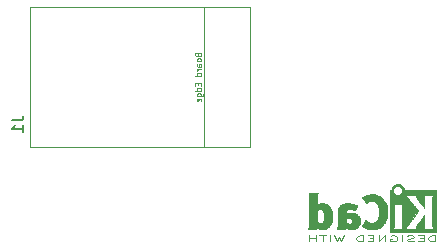
<source format=gbo>
G04 #@! TF.FileFunction,Legend,Bot*
%FSLAX46Y46*%
G04 Gerber Fmt 4.6, Leading zero omitted, Abs format (unit mm)*
G04 Created by KiCad (PCBNEW 4.0.5) date 06/12/17 11:35:52*
%MOMM*%
%LPD*%
G01*
G04 APERTURE LIST*
%ADD10C,0.100000*%
%ADD11C,0.120000*%
%ADD12C,0.010000*%
%ADD13C,0.150000*%
%ADD14C,0.125000*%
G04 APERTURE END LIST*
D10*
D11*
X119900000Y-95950000D02*
X119900000Y-84050000D01*
X105120000Y-95960000D02*
X105120000Y-84040000D01*
X123770000Y-84060000D02*
X123770000Y-84040000D01*
X123770000Y-84960000D02*
X123770000Y-84060000D01*
X123770000Y-95960000D02*
X123770000Y-84960000D01*
X123770000Y-84040000D02*
X105120000Y-84040000D01*
X105170000Y-95960000D02*
X105120000Y-95960000D01*
X105270000Y-95960000D02*
X105170000Y-95960000D01*
X105770000Y-95960000D02*
X105270000Y-95960000D01*
X123770000Y-95960000D02*
X112770000Y-95960000D01*
X112770000Y-95960000D02*
X105770000Y-95960000D01*
D12*
G36*
X136243877Y-99073881D02*
X136217127Y-99074486D01*
X136196413Y-99075671D01*
X136179463Y-99077671D01*
X136164004Y-99080718D01*
X136147762Y-99085047D01*
X136137144Y-99088220D01*
X136071472Y-99112253D01*
X136012692Y-99142629D01*
X135958374Y-99180804D01*
X135910534Y-99223783D01*
X135860881Y-99280065D01*
X135820467Y-99341072D01*
X135789552Y-99406274D01*
X135768399Y-99475140D01*
X135758654Y-99532741D01*
X135755063Y-99565231D01*
X135730546Y-99568734D01*
X135701310Y-99576862D01*
X135679112Y-99592261D01*
X135669441Y-99604087D01*
X135668545Y-99605680D01*
X135667707Y-99607965D01*
X135666925Y-99611280D01*
X135666195Y-99615966D01*
X135665518Y-99622365D01*
X135664889Y-99630816D01*
X135664309Y-99641661D01*
X135663775Y-99655239D01*
X135663284Y-99671891D01*
X135662836Y-99691958D01*
X135662428Y-99715780D01*
X135662058Y-99743697D01*
X135661725Y-99776051D01*
X135661426Y-99813182D01*
X135661160Y-99855430D01*
X135660925Y-99903136D01*
X135660719Y-99956640D01*
X135660540Y-100016283D01*
X135660386Y-100082405D01*
X135660255Y-100155348D01*
X135660146Y-100235450D01*
X135660056Y-100323054D01*
X135659983Y-100418499D01*
X135659927Y-100522126D01*
X135659884Y-100634276D01*
X135659854Y-100755289D01*
X135659833Y-100885505D01*
X135659821Y-101025265D01*
X135659814Y-101174911D01*
X135659813Y-101334781D01*
X135659813Y-101343354D01*
X135659814Y-101503685D01*
X135659819Y-101653773D01*
X135659829Y-101793961D01*
X135659847Y-101924590D01*
X135659874Y-102046001D01*
X135659913Y-102158536D01*
X135659965Y-102262536D01*
X135660033Y-102358342D01*
X135660117Y-102446297D01*
X135660221Y-102526741D01*
X135660347Y-102600015D01*
X135660495Y-102666462D01*
X135660669Y-102726423D01*
X135660869Y-102780239D01*
X135661099Y-102828251D01*
X135661360Y-102870801D01*
X135661654Y-102908230D01*
X135661982Y-102940880D01*
X135662348Y-102969093D01*
X135662752Y-102993208D01*
X135663197Y-103013569D01*
X135663685Y-103030516D01*
X135664217Y-103044391D01*
X135664796Y-103055535D01*
X135665424Y-103064290D01*
X135666102Y-103070997D01*
X135666833Y-103075997D01*
X135667618Y-103079632D01*
X135668460Y-103082243D01*
X135669360Y-103084172D01*
X135669790Y-103084918D01*
X135680992Y-103098948D01*
X135694149Y-103109892D01*
X135694419Y-103110054D01*
X135696275Y-103110824D01*
X135699368Y-103111548D01*
X135704018Y-103112226D01*
X135710547Y-103112861D01*
X135719276Y-103113452D01*
X135730527Y-103114002D01*
X135744621Y-103114513D01*
X135761879Y-103114985D01*
X135782622Y-103115421D01*
X135807172Y-103115820D01*
X135835851Y-103116186D01*
X135868979Y-103116519D01*
X135906878Y-103116821D01*
X135949869Y-103117094D01*
X135998274Y-103117338D01*
X136052413Y-103117555D01*
X136112609Y-103117746D01*
X136179182Y-103117914D01*
X136252454Y-103118059D01*
X136332746Y-103118182D01*
X136420379Y-103118286D01*
X136515676Y-103118372D01*
X136618956Y-103118441D01*
X136730542Y-103118494D01*
X136850754Y-103118533D01*
X136979915Y-103118560D01*
X137118345Y-103118575D01*
X137266365Y-103118581D01*
X137424298Y-103118578D01*
X137592464Y-103118569D01*
X137607962Y-103118568D01*
X137777077Y-103118553D01*
X137935929Y-103118532D01*
X138084841Y-103118505D01*
X138224131Y-103118470D01*
X138354123Y-103118425D01*
X138475137Y-103118368D01*
X138587493Y-103118299D01*
X138691513Y-103118216D01*
X138787518Y-103118117D01*
X138875830Y-103118002D01*
X138956768Y-103117867D01*
X139030654Y-103117713D01*
X139097809Y-103117537D01*
X139158555Y-103117338D01*
X139213211Y-103117115D01*
X139262100Y-103116866D01*
X139305542Y-103116589D01*
X139343858Y-103116284D01*
X139377370Y-103115948D01*
X139406397Y-103115581D01*
X139431262Y-103115180D01*
X139452286Y-103114745D01*
X139469789Y-103114273D01*
X139484092Y-103113764D01*
X139495517Y-103113215D01*
X139504384Y-103112626D01*
X139511015Y-103111995D01*
X139515731Y-103111320D01*
X139518852Y-103110600D01*
X139520700Y-103109834D01*
X139520757Y-103109799D01*
X139533915Y-103098583D01*
X139543246Y-103086634D01*
X139544047Y-103084696D01*
X139544796Y-103081457D01*
X139545497Y-103076580D01*
X139546149Y-103069729D01*
X139546756Y-103060567D01*
X139547319Y-103048757D01*
X139547838Y-103033963D01*
X139548317Y-103015849D01*
X139548756Y-102994077D01*
X139549158Y-102968312D01*
X139549524Y-102938217D01*
X139549855Y-102903454D01*
X139550154Y-102863688D01*
X139550421Y-102818582D01*
X139550659Y-102767800D01*
X139550869Y-102711004D01*
X139551054Y-102647858D01*
X139551213Y-102578027D01*
X139551351Y-102501172D01*
X139551466Y-102416958D01*
X139551563Y-102325048D01*
X139551642Y-102225106D01*
X139551704Y-102116794D01*
X139551752Y-101999777D01*
X139551787Y-101873717D01*
X139551811Y-101738279D01*
X139551826Y-101593125D01*
X139551833Y-101437919D01*
X139551833Y-101182916D01*
X139551830Y-101032720D01*
X139551822Y-100892426D01*
X139551807Y-100761692D01*
X139551784Y-100640177D01*
X139551750Y-100527542D01*
X139551703Y-100423444D01*
X139551641Y-100327542D01*
X139551563Y-100239497D01*
X139551465Y-100158966D01*
X139551346Y-100085610D01*
X139551205Y-100019086D01*
X139551099Y-99980750D01*
X139329705Y-99980750D01*
X139304972Y-100011116D01*
X139278401Y-100049776D01*
X139255705Y-100094617D01*
X139238952Y-100141392D01*
X139235937Y-100152881D01*
X139234923Y-100157660D01*
X139233985Y-100163557D01*
X139233120Y-100170996D01*
X139232325Y-100180402D01*
X139231595Y-100192200D01*
X139230926Y-100206812D01*
X139230314Y-100224664D01*
X139229757Y-100246181D01*
X139229249Y-100271786D01*
X139228787Y-100301904D01*
X139228366Y-100336959D01*
X139227985Y-100377376D01*
X139227637Y-100423578D01*
X139227320Y-100475992D01*
X139227029Y-100535040D01*
X139226761Y-100601147D01*
X139226512Y-100674737D01*
X139226278Y-100756235D01*
X139226055Y-100846066D01*
X139225839Y-100944653D01*
X139225626Y-101052421D01*
X139225413Y-101169795D01*
X139225196Y-101297198D01*
X139225128Y-101338063D01*
X139224936Y-101469713D01*
X139224803Y-101595812D01*
X139224728Y-101716013D01*
X139224710Y-101829972D01*
X139224748Y-101937345D01*
X139224841Y-102037788D01*
X139224988Y-102130955D01*
X139225188Y-102216502D01*
X139225441Y-102294084D01*
X139225746Y-102363357D01*
X139226101Y-102423977D01*
X139226506Y-102475599D01*
X139226959Y-102517877D01*
X139227461Y-102550469D01*
X139228010Y-102573028D01*
X139228361Y-102581604D01*
X139230581Y-102618840D01*
X139232902Y-102647667D01*
X139235620Y-102670256D01*
X139239031Y-102688779D01*
X139243431Y-102705410D01*
X139246583Y-102715127D01*
X139264438Y-102759123D01*
X139286347Y-102796883D01*
X139305535Y-102822093D01*
X139315843Y-102834787D01*
X139322656Y-102843857D01*
X139324292Y-102846688D01*
X139319129Y-102847015D01*
X139304159Y-102847327D01*
X139280154Y-102847620D01*
X139247892Y-102847890D01*
X139208147Y-102848134D01*
X139161693Y-102848347D01*
X139109306Y-102848527D01*
X139051761Y-102848668D01*
X138989832Y-102848769D01*
X138924296Y-102848824D01*
X138882125Y-102848834D01*
X138800813Y-102848805D01*
X138729521Y-102848714D01*
X138667686Y-102848552D01*
X138614746Y-102848311D01*
X138570138Y-102847981D01*
X138533298Y-102847556D01*
X138503665Y-102847025D01*
X138480674Y-102846380D01*
X138463763Y-102845614D01*
X138452370Y-102844717D01*
X138445931Y-102843681D01*
X138443884Y-102842498D01*
X138443966Y-102842219D01*
X138449139Y-102834355D01*
X138458086Y-102821321D01*
X138464751Y-102811792D01*
X138480844Y-102784312D01*
X138496576Y-102748858D01*
X138510961Y-102708017D01*
X138523015Y-102664379D01*
X138526186Y-102650396D01*
X138528201Y-102640715D01*
X138529967Y-102631185D01*
X138531505Y-102621058D01*
X138532836Y-102609586D01*
X138533978Y-102596022D01*
X138534953Y-102579619D01*
X138535781Y-102559629D01*
X138536481Y-102535305D01*
X138537074Y-102505900D01*
X138537581Y-102470665D01*
X138538020Y-102428855D01*
X138538413Y-102379720D01*
X138538779Y-102322515D01*
X138539139Y-102256491D01*
X138539513Y-102180901D01*
X138539656Y-102151107D01*
X138540001Y-102066041D01*
X138540188Y-101989334D01*
X138540221Y-101921245D01*
X138540100Y-101862033D01*
X138539827Y-101811957D01*
X138539404Y-101771275D01*
X138538833Y-101740247D01*
X138538115Y-101719132D01*
X138537253Y-101708189D01*
X138536682Y-101706607D01*
X138532857Y-101711055D01*
X138523328Y-101723336D01*
X138508623Y-101742729D01*
X138489271Y-101768514D01*
X138465803Y-101799972D01*
X138438746Y-101836381D01*
X138408630Y-101877023D01*
X138375985Y-101921177D01*
X138341339Y-101968122D01*
X138305222Y-102017140D01*
X138268164Y-102067510D01*
X138230692Y-102118512D01*
X138193337Y-102169425D01*
X138156628Y-102219531D01*
X138121094Y-102268108D01*
X138087264Y-102314437D01*
X138055668Y-102357798D01*
X138026834Y-102397471D01*
X138001292Y-102432735D01*
X137979571Y-102462871D01*
X137962200Y-102487159D01*
X137949709Y-102504878D01*
X137945983Y-102510279D01*
X137915222Y-102557486D01*
X137887843Y-102603705D01*
X137865076Y-102646740D01*
X137848148Y-102684392D01*
X137846955Y-102687438D01*
X137841498Y-102703143D01*
X137837909Y-102718463D01*
X137835823Y-102736279D01*
X137834874Y-102759468D01*
X137834688Y-102784012D01*
X137834688Y-102848837D01*
X137349041Y-102848835D01*
X136863395Y-102848834D01*
X136866830Y-102845877D01*
X136694333Y-102845877D01*
X136689175Y-102846342D01*
X136674233Y-102846784D01*
X136650307Y-102847198D01*
X136618196Y-102847578D01*
X136578701Y-102847919D01*
X136532621Y-102848214D01*
X136480755Y-102848459D01*
X136423903Y-102848647D01*
X136362865Y-102848772D01*
X136298441Y-102848830D01*
X136278973Y-102848834D01*
X135863612Y-102848834D01*
X135882910Y-102823698D01*
X135906555Y-102786803D01*
X135926893Y-102742818D01*
X135936716Y-102714750D01*
X135937762Y-102710626D01*
X135938723Y-102704989D01*
X135939604Y-102697383D01*
X135940407Y-102687353D01*
X135941140Y-102674444D01*
X135941805Y-102658199D01*
X135942407Y-102638165D01*
X135942952Y-102613884D01*
X135943444Y-102584903D01*
X135943887Y-102550765D01*
X135944286Y-102511015D01*
X135944646Y-102465198D01*
X135944971Y-102412858D01*
X135945266Y-102353541D01*
X135945535Y-102286790D01*
X135945784Y-102212150D01*
X135946016Y-102129166D01*
X135946237Y-102037383D01*
X135946451Y-101936345D01*
X135946662Y-101825596D01*
X135946858Y-101715094D01*
X135948531Y-100742750D01*
X136321745Y-100742750D01*
X136396052Y-100742784D01*
X136460387Y-100742894D01*
X136515358Y-100743089D01*
X136561578Y-100743382D01*
X136599654Y-100743784D01*
X136630199Y-100744304D01*
X136653822Y-100744954D01*
X136671133Y-100745745D01*
X136682742Y-100746688D01*
X136689260Y-100747794D01*
X136691297Y-100749074D01*
X136691213Y-100749365D01*
X136684942Y-100758286D01*
X136678110Y-100766563D01*
X136668478Y-100780397D01*
X136657058Y-100801141D01*
X136645329Y-100825634D01*
X136634769Y-100850720D01*
X136626856Y-100873238D01*
X136624883Y-100880334D01*
X136623869Y-100889701D01*
X136622922Y-100908969D01*
X136622043Y-100937456D01*
X136621232Y-100974481D01*
X136620489Y-101019362D01*
X136619813Y-101071417D01*
X136619205Y-101129965D01*
X136618664Y-101194324D01*
X136618191Y-101263814D01*
X136617785Y-101337751D01*
X136617447Y-101415456D01*
X136617176Y-101496245D01*
X136616973Y-101579439D01*
X136616837Y-101664354D01*
X136616769Y-101750311D01*
X136616769Y-101836626D01*
X136616836Y-101922619D01*
X136616970Y-102007608D01*
X136617172Y-102090911D01*
X136617441Y-102171848D01*
X136617778Y-102249735D01*
X136618182Y-102323893D01*
X136618654Y-102393639D01*
X136619193Y-102458292D01*
X136619799Y-102517170D01*
X136620473Y-102569592D01*
X136621214Y-102614876D01*
X136622022Y-102652341D01*
X136622898Y-102681304D01*
X136623841Y-102701086D01*
X136624852Y-102711003D01*
X136624910Y-102711250D01*
X136635068Y-102742504D01*
X136649599Y-102775464D01*
X136666359Y-102805665D01*
X136678755Y-102823388D01*
X136687944Y-102835482D01*
X136693539Y-102843951D01*
X136694333Y-102845877D01*
X136866830Y-102845877D01*
X136900199Y-102817157D01*
X136918090Y-102800450D01*
X136941192Y-102776864D01*
X136968204Y-102747862D01*
X136997823Y-102714907D01*
X137028745Y-102679462D01*
X137059669Y-102642988D01*
X137089292Y-102606948D01*
X137105304Y-102586896D01*
X137112880Y-102576945D01*
X137126272Y-102558958D01*
X137145087Y-102533471D01*
X137168935Y-102501020D01*
X137197424Y-102462141D01*
X137230163Y-102417370D01*
X137266760Y-102367244D01*
X137306824Y-102312299D01*
X137349965Y-102253070D01*
X137395790Y-102190095D01*
X137443909Y-102123909D01*
X137493929Y-102055048D01*
X137545461Y-101984049D01*
X137579976Y-101936462D01*
X138017081Y-101333654D01*
X137999554Y-101312046D01*
X137994077Y-101305260D01*
X137982387Y-101290747D01*
X137964899Y-101269028D01*
X137942035Y-101240621D01*
X137914211Y-101206047D01*
X137881846Y-101165826D01*
X137845358Y-101120479D01*
X137805167Y-101070524D01*
X137761689Y-101016482D01*
X137715344Y-100958874D01*
X137666551Y-100898218D01*
X137615726Y-100835035D01*
X137564906Y-100771854D01*
X137511950Y-100706049D01*
X137460236Y-100641847D01*
X137410215Y-100579808D01*
X137362342Y-100520492D01*
X137317070Y-100464457D01*
X137274852Y-100412265D01*
X137236141Y-100364474D01*
X137201390Y-100321643D01*
X137171053Y-100284333D01*
X137145582Y-100253103D01*
X137125432Y-100228512D01*
X137111054Y-100211120D01*
X137103523Y-100202199D01*
X137076380Y-100171994D01*
X137045969Y-100140032D01*
X137013913Y-100107862D01*
X136981834Y-100077035D01*
X136951357Y-100049098D01*
X136924102Y-100025603D01*
X136901694Y-100008098D01*
X136896326Y-100004359D01*
X136861134Y-99980750D01*
X137820908Y-99980750D01*
X137815223Y-99997057D01*
X137812684Y-100010657D01*
X137811558Y-100030419D01*
X137812054Y-100051297D01*
X137818024Y-100089145D01*
X137831317Y-100130437D01*
X137852231Y-100175788D01*
X137881062Y-100225810D01*
X137918109Y-100281118D01*
X137934323Y-100303542D01*
X137943561Y-100315779D01*
X137958296Y-100334902D01*
X137977963Y-100360195D01*
X138001995Y-100390944D01*
X138029825Y-100426434D01*
X138060888Y-100465950D01*
X138094618Y-100508777D01*
X138130448Y-100554201D01*
X138167811Y-100601507D01*
X138206142Y-100649980D01*
X138244875Y-100698906D01*
X138283443Y-100747569D01*
X138321279Y-100795255D01*
X138357819Y-100841250D01*
X138392494Y-100884837D01*
X138424740Y-100925303D01*
X138453989Y-100961933D01*
X138479677Y-100994012D01*
X138501235Y-101020825D01*
X138518099Y-101041658D01*
X138529702Y-101055796D01*
X138535477Y-101062523D01*
X138535962Y-101062975D01*
X138536977Y-101058509D01*
X138537881Y-101044436D01*
X138538675Y-101021735D01*
X138539359Y-100991383D01*
X138539934Y-100954356D01*
X138540400Y-100911631D01*
X138540759Y-100864187D01*
X138541010Y-100812999D01*
X138541156Y-100759045D01*
X138541195Y-100703302D01*
X138541129Y-100646748D01*
X138540958Y-100590358D01*
X138540684Y-100535111D01*
X138540306Y-100481983D01*
X138539825Y-100431952D01*
X138539243Y-100385994D01*
X138538559Y-100345086D01*
X138537774Y-100310206D01*
X138536889Y-100282331D01*
X138535905Y-100262438D01*
X138535436Y-100256423D01*
X138526088Y-100188022D01*
X138511610Y-100126173D01*
X138492298Y-100071790D01*
X138468446Y-100025786D01*
X138454659Y-100005886D01*
X138435362Y-99980750D01*
X139329705Y-99980750D01*
X139551099Y-99980750D01*
X139551038Y-99959054D01*
X139550844Y-99905174D01*
X139550620Y-99857104D01*
X139550366Y-99814503D01*
X139550078Y-99777030D01*
X139549755Y-99744345D01*
X139549394Y-99716106D01*
X139548994Y-99691973D01*
X139548552Y-99671604D01*
X139548067Y-99654659D01*
X139547536Y-99640797D01*
X139546958Y-99629676D01*
X139546329Y-99620956D01*
X139545649Y-99614296D01*
X139544916Y-99609356D01*
X139544126Y-99605793D01*
X139543278Y-99603267D01*
X139542371Y-99601437D01*
X139541401Y-99599962D01*
X139541354Y-99599897D01*
X139529093Y-99587354D01*
X139528468Y-99586935D01*
X136662709Y-99586935D01*
X136661134Y-99634779D01*
X136655067Y-99678998D01*
X136652167Y-99691702D01*
X136632209Y-99748944D01*
X136603181Y-99802146D01*
X136566158Y-99850225D01*
X136522216Y-99892099D01*
X136472431Y-99926685D01*
X136417879Y-99952899D01*
X136380911Y-99964795D01*
X136348189Y-99970874D01*
X136309023Y-99974281D01*
X136267224Y-99974963D01*
X136226603Y-99972864D01*
X136190971Y-99967932D01*
X136188979Y-99967524D01*
X136142321Y-99953306D01*
X136094958Y-99930766D01*
X136049645Y-99901585D01*
X136009134Y-99867444D01*
X135987695Y-99844593D01*
X135954321Y-99797815D01*
X135927625Y-99744885D01*
X135917897Y-99718813D01*
X135912304Y-99700996D01*
X135908408Y-99685204D01*
X135905903Y-99668816D01*
X135904483Y-99649209D01*
X135903843Y-99623764D01*
X135903685Y-99597104D01*
X135903783Y-99565231D01*
X135904421Y-99541338D01*
X135905897Y-99522828D01*
X135908512Y-99507100D01*
X135912568Y-99491556D01*
X135917757Y-99475396D01*
X135940774Y-99422647D01*
X135972631Y-99373124D01*
X136011907Y-99328098D01*
X136057183Y-99288841D01*
X136107037Y-99256624D01*
X136160050Y-99232718D01*
X136202208Y-99220758D01*
X136245705Y-99215051D01*
X136294028Y-99214424D01*
X136342849Y-99218647D01*
X136387839Y-99227492D01*
X136400646Y-99231238D01*
X136457367Y-99254856D01*
X136509233Y-99287227D01*
X136555248Y-99327297D01*
X136594416Y-99374010D01*
X136625741Y-99426310D01*
X136648228Y-99483143D01*
X136652361Y-99497973D01*
X136659786Y-99539866D01*
X136662709Y-99586935D01*
X139528468Y-99586935D01*
X139513661Y-99577023D01*
X139512773Y-99576590D01*
X139510255Y-99575684D01*
X139506402Y-99574844D01*
X139500831Y-99574067D01*
X139493157Y-99573350D01*
X139482998Y-99572692D01*
X139469968Y-99572089D01*
X139453684Y-99571539D01*
X139433762Y-99571041D01*
X139409818Y-99570591D01*
X139381469Y-99570187D01*
X139348329Y-99569826D01*
X139310016Y-99569507D01*
X139266146Y-99569226D01*
X139216333Y-99568982D01*
X139160196Y-99568772D01*
X139097349Y-99568593D01*
X139027408Y-99568443D01*
X138949990Y-99568320D01*
X138864711Y-99568221D01*
X138771187Y-99568144D01*
X138669034Y-99568086D01*
X138557867Y-99568046D01*
X138437304Y-99568019D01*
X138306960Y-99568005D01*
X138166451Y-99568000D01*
X138153277Y-99568000D01*
X138011808Y-99567996D01*
X137880545Y-99567982D01*
X137759109Y-99567956D01*
X137647122Y-99567916D01*
X137544207Y-99567858D01*
X137449984Y-99567782D01*
X137364076Y-99567684D01*
X137286106Y-99567562D01*
X137215694Y-99567414D01*
X137152464Y-99567237D01*
X137096036Y-99567029D01*
X137046033Y-99566788D01*
X137002077Y-99566511D01*
X136963790Y-99566196D01*
X136930793Y-99565841D01*
X136902709Y-99565443D01*
X136879159Y-99565000D01*
X136859767Y-99564510D01*
X136844152Y-99563970D01*
X136831938Y-99563377D01*
X136822747Y-99562731D01*
X136816200Y-99562027D01*
X136811919Y-99561264D01*
X136809527Y-99560440D01*
X136808670Y-99559630D01*
X136806396Y-99548553D01*
X136805458Y-99533850D01*
X136803571Y-99515250D01*
X136798440Y-99489733D01*
X136790863Y-99460164D01*
X136781635Y-99429408D01*
X136771555Y-99400331D01*
X136761618Y-99376226D01*
X136729114Y-99317145D01*
X136688388Y-99261608D01*
X136640965Y-99211121D01*
X136588370Y-99167186D01*
X136532128Y-99131309D01*
X136495011Y-99113307D01*
X136460655Y-99099323D01*
X136430779Y-99088959D01*
X136402643Y-99081711D01*
X136373510Y-99077076D01*
X136340642Y-99074553D01*
X136301298Y-99073636D01*
X136278938Y-99073621D01*
X136243877Y-99073881D01*
X136243877Y-99073881D01*
G37*
X136243877Y-99073881D02*
X136217127Y-99074486D01*
X136196413Y-99075671D01*
X136179463Y-99077671D01*
X136164004Y-99080718D01*
X136147762Y-99085047D01*
X136137144Y-99088220D01*
X136071472Y-99112253D01*
X136012692Y-99142629D01*
X135958374Y-99180804D01*
X135910534Y-99223783D01*
X135860881Y-99280065D01*
X135820467Y-99341072D01*
X135789552Y-99406274D01*
X135768399Y-99475140D01*
X135758654Y-99532741D01*
X135755063Y-99565231D01*
X135730546Y-99568734D01*
X135701310Y-99576862D01*
X135679112Y-99592261D01*
X135669441Y-99604087D01*
X135668545Y-99605680D01*
X135667707Y-99607965D01*
X135666925Y-99611280D01*
X135666195Y-99615966D01*
X135665518Y-99622365D01*
X135664889Y-99630816D01*
X135664309Y-99641661D01*
X135663775Y-99655239D01*
X135663284Y-99671891D01*
X135662836Y-99691958D01*
X135662428Y-99715780D01*
X135662058Y-99743697D01*
X135661725Y-99776051D01*
X135661426Y-99813182D01*
X135661160Y-99855430D01*
X135660925Y-99903136D01*
X135660719Y-99956640D01*
X135660540Y-100016283D01*
X135660386Y-100082405D01*
X135660255Y-100155348D01*
X135660146Y-100235450D01*
X135660056Y-100323054D01*
X135659983Y-100418499D01*
X135659927Y-100522126D01*
X135659884Y-100634276D01*
X135659854Y-100755289D01*
X135659833Y-100885505D01*
X135659821Y-101025265D01*
X135659814Y-101174911D01*
X135659813Y-101334781D01*
X135659813Y-101343354D01*
X135659814Y-101503685D01*
X135659819Y-101653773D01*
X135659829Y-101793961D01*
X135659847Y-101924590D01*
X135659874Y-102046001D01*
X135659913Y-102158536D01*
X135659965Y-102262536D01*
X135660033Y-102358342D01*
X135660117Y-102446297D01*
X135660221Y-102526741D01*
X135660347Y-102600015D01*
X135660495Y-102666462D01*
X135660669Y-102726423D01*
X135660869Y-102780239D01*
X135661099Y-102828251D01*
X135661360Y-102870801D01*
X135661654Y-102908230D01*
X135661982Y-102940880D01*
X135662348Y-102969093D01*
X135662752Y-102993208D01*
X135663197Y-103013569D01*
X135663685Y-103030516D01*
X135664217Y-103044391D01*
X135664796Y-103055535D01*
X135665424Y-103064290D01*
X135666102Y-103070997D01*
X135666833Y-103075997D01*
X135667618Y-103079632D01*
X135668460Y-103082243D01*
X135669360Y-103084172D01*
X135669790Y-103084918D01*
X135680992Y-103098948D01*
X135694149Y-103109892D01*
X135694419Y-103110054D01*
X135696275Y-103110824D01*
X135699368Y-103111548D01*
X135704018Y-103112226D01*
X135710547Y-103112861D01*
X135719276Y-103113452D01*
X135730527Y-103114002D01*
X135744621Y-103114513D01*
X135761879Y-103114985D01*
X135782622Y-103115421D01*
X135807172Y-103115820D01*
X135835851Y-103116186D01*
X135868979Y-103116519D01*
X135906878Y-103116821D01*
X135949869Y-103117094D01*
X135998274Y-103117338D01*
X136052413Y-103117555D01*
X136112609Y-103117746D01*
X136179182Y-103117914D01*
X136252454Y-103118059D01*
X136332746Y-103118182D01*
X136420379Y-103118286D01*
X136515676Y-103118372D01*
X136618956Y-103118441D01*
X136730542Y-103118494D01*
X136850754Y-103118533D01*
X136979915Y-103118560D01*
X137118345Y-103118575D01*
X137266365Y-103118581D01*
X137424298Y-103118578D01*
X137592464Y-103118569D01*
X137607962Y-103118568D01*
X137777077Y-103118553D01*
X137935929Y-103118532D01*
X138084841Y-103118505D01*
X138224131Y-103118470D01*
X138354123Y-103118425D01*
X138475137Y-103118368D01*
X138587493Y-103118299D01*
X138691513Y-103118216D01*
X138787518Y-103118117D01*
X138875830Y-103118002D01*
X138956768Y-103117867D01*
X139030654Y-103117713D01*
X139097809Y-103117537D01*
X139158555Y-103117338D01*
X139213211Y-103117115D01*
X139262100Y-103116866D01*
X139305542Y-103116589D01*
X139343858Y-103116284D01*
X139377370Y-103115948D01*
X139406397Y-103115581D01*
X139431262Y-103115180D01*
X139452286Y-103114745D01*
X139469789Y-103114273D01*
X139484092Y-103113764D01*
X139495517Y-103113215D01*
X139504384Y-103112626D01*
X139511015Y-103111995D01*
X139515731Y-103111320D01*
X139518852Y-103110600D01*
X139520700Y-103109834D01*
X139520757Y-103109799D01*
X139533915Y-103098583D01*
X139543246Y-103086634D01*
X139544047Y-103084696D01*
X139544796Y-103081457D01*
X139545497Y-103076580D01*
X139546149Y-103069729D01*
X139546756Y-103060567D01*
X139547319Y-103048757D01*
X139547838Y-103033963D01*
X139548317Y-103015849D01*
X139548756Y-102994077D01*
X139549158Y-102968312D01*
X139549524Y-102938217D01*
X139549855Y-102903454D01*
X139550154Y-102863688D01*
X139550421Y-102818582D01*
X139550659Y-102767800D01*
X139550869Y-102711004D01*
X139551054Y-102647858D01*
X139551213Y-102578027D01*
X139551351Y-102501172D01*
X139551466Y-102416958D01*
X139551563Y-102325048D01*
X139551642Y-102225106D01*
X139551704Y-102116794D01*
X139551752Y-101999777D01*
X139551787Y-101873717D01*
X139551811Y-101738279D01*
X139551826Y-101593125D01*
X139551833Y-101437919D01*
X139551833Y-101182916D01*
X139551830Y-101032720D01*
X139551822Y-100892426D01*
X139551807Y-100761692D01*
X139551784Y-100640177D01*
X139551750Y-100527542D01*
X139551703Y-100423444D01*
X139551641Y-100327542D01*
X139551563Y-100239497D01*
X139551465Y-100158966D01*
X139551346Y-100085610D01*
X139551205Y-100019086D01*
X139551099Y-99980750D01*
X139329705Y-99980750D01*
X139304972Y-100011116D01*
X139278401Y-100049776D01*
X139255705Y-100094617D01*
X139238952Y-100141392D01*
X139235937Y-100152881D01*
X139234923Y-100157660D01*
X139233985Y-100163557D01*
X139233120Y-100170996D01*
X139232325Y-100180402D01*
X139231595Y-100192200D01*
X139230926Y-100206812D01*
X139230314Y-100224664D01*
X139229757Y-100246181D01*
X139229249Y-100271786D01*
X139228787Y-100301904D01*
X139228366Y-100336959D01*
X139227985Y-100377376D01*
X139227637Y-100423578D01*
X139227320Y-100475992D01*
X139227029Y-100535040D01*
X139226761Y-100601147D01*
X139226512Y-100674737D01*
X139226278Y-100756235D01*
X139226055Y-100846066D01*
X139225839Y-100944653D01*
X139225626Y-101052421D01*
X139225413Y-101169795D01*
X139225196Y-101297198D01*
X139225128Y-101338063D01*
X139224936Y-101469713D01*
X139224803Y-101595812D01*
X139224728Y-101716013D01*
X139224710Y-101829972D01*
X139224748Y-101937345D01*
X139224841Y-102037788D01*
X139224988Y-102130955D01*
X139225188Y-102216502D01*
X139225441Y-102294084D01*
X139225746Y-102363357D01*
X139226101Y-102423977D01*
X139226506Y-102475599D01*
X139226959Y-102517877D01*
X139227461Y-102550469D01*
X139228010Y-102573028D01*
X139228361Y-102581604D01*
X139230581Y-102618840D01*
X139232902Y-102647667D01*
X139235620Y-102670256D01*
X139239031Y-102688779D01*
X139243431Y-102705410D01*
X139246583Y-102715127D01*
X139264438Y-102759123D01*
X139286347Y-102796883D01*
X139305535Y-102822093D01*
X139315843Y-102834787D01*
X139322656Y-102843857D01*
X139324292Y-102846688D01*
X139319129Y-102847015D01*
X139304159Y-102847327D01*
X139280154Y-102847620D01*
X139247892Y-102847890D01*
X139208147Y-102848134D01*
X139161693Y-102848347D01*
X139109306Y-102848527D01*
X139051761Y-102848668D01*
X138989832Y-102848769D01*
X138924296Y-102848824D01*
X138882125Y-102848834D01*
X138800813Y-102848805D01*
X138729521Y-102848714D01*
X138667686Y-102848552D01*
X138614746Y-102848311D01*
X138570138Y-102847981D01*
X138533298Y-102847556D01*
X138503665Y-102847025D01*
X138480674Y-102846380D01*
X138463763Y-102845614D01*
X138452370Y-102844717D01*
X138445931Y-102843681D01*
X138443884Y-102842498D01*
X138443966Y-102842219D01*
X138449139Y-102834355D01*
X138458086Y-102821321D01*
X138464751Y-102811792D01*
X138480844Y-102784312D01*
X138496576Y-102748858D01*
X138510961Y-102708017D01*
X138523015Y-102664379D01*
X138526186Y-102650396D01*
X138528201Y-102640715D01*
X138529967Y-102631185D01*
X138531505Y-102621058D01*
X138532836Y-102609586D01*
X138533978Y-102596022D01*
X138534953Y-102579619D01*
X138535781Y-102559629D01*
X138536481Y-102535305D01*
X138537074Y-102505900D01*
X138537581Y-102470665D01*
X138538020Y-102428855D01*
X138538413Y-102379720D01*
X138538779Y-102322515D01*
X138539139Y-102256491D01*
X138539513Y-102180901D01*
X138539656Y-102151107D01*
X138540001Y-102066041D01*
X138540188Y-101989334D01*
X138540221Y-101921245D01*
X138540100Y-101862033D01*
X138539827Y-101811957D01*
X138539404Y-101771275D01*
X138538833Y-101740247D01*
X138538115Y-101719132D01*
X138537253Y-101708189D01*
X138536682Y-101706607D01*
X138532857Y-101711055D01*
X138523328Y-101723336D01*
X138508623Y-101742729D01*
X138489271Y-101768514D01*
X138465803Y-101799972D01*
X138438746Y-101836381D01*
X138408630Y-101877023D01*
X138375985Y-101921177D01*
X138341339Y-101968122D01*
X138305222Y-102017140D01*
X138268164Y-102067510D01*
X138230692Y-102118512D01*
X138193337Y-102169425D01*
X138156628Y-102219531D01*
X138121094Y-102268108D01*
X138087264Y-102314437D01*
X138055668Y-102357798D01*
X138026834Y-102397471D01*
X138001292Y-102432735D01*
X137979571Y-102462871D01*
X137962200Y-102487159D01*
X137949709Y-102504878D01*
X137945983Y-102510279D01*
X137915222Y-102557486D01*
X137887843Y-102603705D01*
X137865076Y-102646740D01*
X137848148Y-102684392D01*
X137846955Y-102687438D01*
X137841498Y-102703143D01*
X137837909Y-102718463D01*
X137835823Y-102736279D01*
X137834874Y-102759468D01*
X137834688Y-102784012D01*
X137834688Y-102848837D01*
X137349041Y-102848835D01*
X136863395Y-102848834D01*
X136866830Y-102845877D01*
X136694333Y-102845877D01*
X136689175Y-102846342D01*
X136674233Y-102846784D01*
X136650307Y-102847198D01*
X136618196Y-102847578D01*
X136578701Y-102847919D01*
X136532621Y-102848214D01*
X136480755Y-102848459D01*
X136423903Y-102848647D01*
X136362865Y-102848772D01*
X136298441Y-102848830D01*
X136278973Y-102848834D01*
X135863612Y-102848834D01*
X135882910Y-102823698D01*
X135906555Y-102786803D01*
X135926893Y-102742818D01*
X135936716Y-102714750D01*
X135937762Y-102710626D01*
X135938723Y-102704989D01*
X135939604Y-102697383D01*
X135940407Y-102687353D01*
X135941140Y-102674444D01*
X135941805Y-102658199D01*
X135942407Y-102638165D01*
X135942952Y-102613884D01*
X135943444Y-102584903D01*
X135943887Y-102550765D01*
X135944286Y-102511015D01*
X135944646Y-102465198D01*
X135944971Y-102412858D01*
X135945266Y-102353541D01*
X135945535Y-102286790D01*
X135945784Y-102212150D01*
X135946016Y-102129166D01*
X135946237Y-102037383D01*
X135946451Y-101936345D01*
X135946662Y-101825596D01*
X135946858Y-101715094D01*
X135948531Y-100742750D01*
X136321745Y-100742750D01*
X136396052Y-100742784D01*
X136460387Y-100742894D01*
X136515358Y-100743089D01*
X136561578Y-100743382D01*
X136599654Y-100743784D01*
X136630199Y-100744304D01*
X136653822Y-100744954D01*
X136671133Y-100745745D01*
X136682742Y-100746688D01*
X136689260Y-100747794D01*
X136691297Y-100749074D01*
X136691213Y-100749365D01*
X136684942Y-100758286D01*
X136678110Y-100766563D01*
X136668478Y-100780397D01*
X136657058Y-100801141D01*
X136645329Y-100825634D01*
X136634769Y-100850720D01*
X136626856Y-100873238D01*
X136624883Y-100880334D01*
X136623869Y-100889701D01*
X136622922Y-100908969D01*
X136622043Y-100937456D01*
X136621232Y-100974481D01*
X136620489Y-101019362D01*
X136619813Y-101071417D01*
X136619205Y-101129965D01*
X136618664Y-101194324D01*
X136618191Y-101263814D01*
X136617785Y-101337751D01*
X136617447Y-101415456D01*
X136617176Y-101496245D01*
X136616973Y-101579439D01*
X136616837Y-101664354D01*
X136616769Y-101750311D01*
X136616769Y-101836626D01*
X136616836Y-101922619D01*
X136616970Y-102007608D01*
X136617172Y-102090911D01*
X136617441Y-102171848D01*
X136617778Y-102249735D01*
X136618182Y-102323893D01*
X136618654Y-102393639D01*
X136619193Y-102458292D01*
X136619799Y-102517170D01*
X136620473Y-102569592D01*
X136621214Y-102614876D01*
X136622022Y-102652341D01*
X136622898Y-102681304D01*
X136623841Y-102701086D01*
X136624852Y-102711003D01*
X136624910Y-102711250D01*
X136635068Y-102742504D01*
X136649599Y-102775464D01*
X136666359Y-102805665D01*
X136678755Y-102823388D01*
X136687944Y-102835482D01*
X136693539Y-102843951D01*
X136694333Y-102845877D01*
X136866830Y-102845877D01*
X136900199Y-102817157D01*
X136918090Y-102800450D01*
X136941192Y-102776864D01*
X136968204Y-102747862D01*
X136997823Y-102714907D01*
X137028745Y-102679462D01*
X137059669Y-102642988D01*
X137089292Y-102606948D01*
X137105304Y-102586896D01*
X137112880Y-102576945D01*
X137126272Y-102558958D01*
X137145087Y-102533471D01*
X137168935Y-102501020D01*
X137197424Y-102462141D01*
X137230163Y-102417370D01*
X137266760Y-102367244D01*
X137306824Y-102312299D01*
X137349965Y-102253070D01*
X137395790Y-102190095D01*
X137443909Y-102123909D01*
X137493929Y-102055048D01*
X137545461Y-101984049D01*
X137579976Y-101936462D01*
X138017081Y-101333654D01*
X137999554Y-101312046D01*
X137994077Y-101305260D01*
X137982387Y-101290747D01*
X137964899Y-101269028D01*
X137942035Y-101240621D01*
X137914211Y-101206047D01*
X137881846Y-101165826D01*
X137845358Y-101120479D01*
X137805167Y-101070524D01*
X137761689Y-101016482D01*
X137715344Y-100958874D01*
X137666551Y-100898218D01*
X137615726Y-100835035D01*
X137564906Y-100771854D01*
X137511950Y-100706049D01*
X137460236Y-100641847D01*
X137410215Y-100579808D01*
X137362342Y-100520492D01*
X137317070Y-100464457D01*
X137274852Y-100412265D01*
X137236141Y-100364474D01*
X137201390Y-100321643D01*
X137171053Y-100284333D01*
X137145582Y-100253103D01*
X137125432Y-100228512D01*
X137111054Y-100211120D01*
X137103523Y-100202199D01*
X137076380Y-100171994D01*
X137045969Y-100140032D01*
X137013913Y-100107862D01*
X136981834Y-100077035D01*
X136951357Y-100049098D01*
X136924102Y-100025603D01*
X136901694Y-100008098D01*
X136896326Y-100004359D01*
X136861134Y-99980750D01*
X137820908Y-99980750D01*
X137815223Y-99997057D01*
X137812684Y-100010657D01*
X137811558Y-100030419D01*
X137812054Y-100051297D01*
X137818024Y-100089145D01*
X137831317Y-100130437D01*
X137852231Y-100175788D01*
X137881062Y-100225810D01*
X137918109Y-100281118D01*
X137934323Y-100303542D01*
X137943561Y-100315779D01*
X137958296Y-100334902D01*
X137977963Y-100360195D01*
X138001995Y-100390944D01*
X138029825Y-100426434D01*
X138060888Y-100465950D01*
X138094618Y-100508777D01*
X138130448Y-100554201D01*
X138167811Y-100601507D01*
X138206142Y-100649980D01*
X138244875Y-100698906D01*
X138283443Y-100747569D01*
X138321279Y-100795255D01*
X138357819Y-100841250D01*
X138392494Y-100884837D01*
X138424740Y-100925303D01*
X138453989Y-100961933D01*
X138479677Y-100994012D01*
X138501235Y-101020825D01*
X138518099Y-101041658D01*
X138529702Y-101055796D01*
X138535477Y-101062523D01*
X138535962Y-101062975D01*
X138536977Y-101058509D01*
X138537881Y-101044436D01*
X138538675Y-101021735D01*
X138539359Y-100991383D01*
X138539934Y-100954356D01*
X138540400Y-100911631D01*
X138540759Y-100864187D01*
X138541010Y-100812999D01*
X138541156Y-100759045D01*
X138541195Y-100703302D01*
X138541129Y-100646748D01*
X138540958Y-100590358D01*
X138540684Y-100535111D01*
X138540306Y-100481983D01*
X138539825Y-100431952D01*
X138539243Y-100385994D01*
X138538559Y-100345086D01*
X138537774Y-100310206D01*
X138536889Y-100282331D01*
X138535905Y-100262438D01*
X138535436Y-100256423D01*
X138526088Y-100188022D01*
X138511610Y-100126173D01*
X138492298Y-100071790D01*
X138468446Y-100025786D01*
X138454659Y-100005886D01*
X138435362Y-99980750D01*
X139329705Y-99980750D01*
X139551099Y-99980750D01*
X139551038Y-99959054D01*
X139550844Y-99905174D01*
X139550620Y-99857104D01*
X139550366Y-99814503D01*
X139550078Y-99777030D01*
X139549755Y-99744345D01*
X139549394Y-99716106D01*
X139548994Y-99691973D01*
X139548552Y-99671604D01*
X139548067Y-99654659D01*
X139547536Y-99640797D01*
X139546958Y-99629676D01*
X139546329Y-99620956D01*
X139545649Y-99614296D01*
X139544916Y-99609356D01*
X139544126Y-99605793D01*
X139543278Y-99603267D01*
X139542371Y-99601437D01*
X139541401Y-99599962D01*
X139541354Y-99599897D01*
X139529093Y-99587354D01*
X139528468Y-99586935D01*
X136662709Y-99586935D01*
X136661134Y-99634779D01*
X136655067Y-99678998D01*
X136652167Y-99691702D01*
X136632209Y-99748944D01*
X136603181Y-99802146D01*
X136566158Y-99850225D01*
X136522216Y-99892099D01*
X136472431Y-99926685D01*
X136417879Y-99952899D01*
X136380911Y-99964795D01*
X136348189Y-99970874D01*
X136309023Y-99974281D01*
X136267224Y-99974963D01*
X136226603Y-99972864D01*
X136190971Y-99967932D01*
X136188979Y-99967524D01*
X136142321Y-99953306D01*
X136094958Y-99930766D01*
X136049645Y-99901585D01*
X136009134Y-99867444D01*
X135987695Y-99844593D01*
X135954321Y-99797815D01*
X135927625Y-99744885D01*
X135917897Y-99718813D01*
X135912304Y-99700996D01*
X135908408Y-99685204D01*
X135905903Y-99668816D01*
X135904483Y-99649209D01*
X135903843Y-99623764D01*
X135903685Y-99597104D01*
X135903783Y-99565231D01*
X135904421Y-99541338D01*
X135905897Y-99522828D01*
X135908512Y-99507100D01*
X135912568Y-99491556D01*
X135917757Y-99475396D01*
X135940774Y-99422647D01*
X135972631Y-99373124D01*
X136011907Y-99328098D01*
X136057183Y-99288841D01*
X136107037Y-99256624D01*
X136160050Y-99232718D01*
X136202208Y-99220758D01*
X136245705Y-99215051D01*
X136294028Y-99214424D01*
X136342849Y-99218647D01*
X136387839Y-99227492D01*
X136400646Y-99231238D01*
X136457367Y-99254856D01*
X136509233Y-99287227D01*
X136555248Y-99327297D01*
X136594416Y-99374010D01*
X136625741Y-99426310D01*
X136648228Y-99483143D01*
X136652361Y-99497973D01*
X136659786Y-99539866D01*
X136662709Y-99586935D01*
X139528468Y-99586935D01*
X139513661Y-99577023D01*
X139512773Y-99576590D01*
X139510255Y-99575684D01*
X139506402Y-99574844D01*
X139500831Y-99574067D01*
X139493157Y-99573350D01*
X139482998Y-99572692D01*
X139469968Y-99572089D01*
X139453684Y-99571539D01*
X139433762Y-99571041D01*
X139409818Y-99570591D01*
X139381469Y-99570187D01*
X139348329Y-99569826D01*
X139310016Y-99569507D01*
X139266146Y-99569226D01*
X139216333Y-99568982D01*
X139160196Y-99568772D01*
X139097349Y-99568593D01*
X139027408Y-99568443D01*
X138949990Y-99568320D01*
X138864711Y-99568221D01*
X138771187Y-99568144D01*
X138669034Y-99568086D01*
X138557867Y-99568046D01*
X138437304Y-99568019D01*
X138306960Y-99568005D01*
X138166451Y-99568000D01*
X138153277Y-99568000D01*
X138011808Y-99567996D01*
X137880545Y-99567982D01*
X137759109Y-99567956D01*
X137647122Y-99567916D01*
X137544207Y-99567858D01*
X137449984Y-99567782D01*
X137364076Y-99567684D01*
X137286106Y-99567562D01*
X137215694Y-99567414D01*
X137152464Y-99567237D01*
X137096036Y-99567029D01*
X137046033Y-99566788D01*
X137002077Y-99566511D01*
X136963790Y-99566196D01*
X136930793Y-99565841D01*
X136902709Y-99565443D01*
X136879159Y-99565000D01*
X136859767Y-99564510D01*
X136844152Y-99563970D01*
X136831938Y-99563377D01*
X136822747Y-99562731D01*
X136816200Y-99562027D01*
X136811919Y-99561264D01*
X136809527Y-99560440D01*
X136808670Y-99559630D01*
X136806396Y-99548553D01*
X136805458Y-99533850D01*
X136803571Y-99515250D01*
X136798440Y-99489733D01*
X136790863Y-99460164D01*
X136781635Y-99429408D01*
X136771555Y-99400331D01*
X136761618Y-99376226D01*
X136729114Y-99317145D01*
X136688388Y-99261608D01*
X136640965Y-99211121D01*
X136588370Y-99167186D01*
X136532128Y-99131309D01*
X136495011Y-99113307D01*
X136460655Y-99099323D01*
X136430779Y-99088959D01*
X136402643Y-99081711D01*
X136373510Y-99077076D01*
X136340642Y-99074553D01*
X136301298Y-99073636D01*
X136278938Y-99073621D01*
X136243877Y-99073881D01*
G36*
X133986910Y-99942010D02*
X133873247Y-99959933D01*
X133759259Y-99988130D01*
X133645371Y-100026689D01*
X133641042Y-100028363D01*
X133620301Y-100036969D01*
X133592256Y-100049399D01*
X133559032Y-100064670D01*
X133522751Y-100081797D01*
X133485538Y-100099796D01*
X133463771Y-100110542D01*
X133429019Y-100127566D01*
X133395768Y-100143341D01*
X133365686Y-100157116D01*
X133340443Y-100168137D01*
X133321707Y-100175652D01*
X133312958Y-100178529D01*
X133295049Y-100184336D01*
X133285579Y-100190272D01*
X133284447Y-100193139D01*
X133287465Y-100198659D01*
X133295861Y-100211881D01*
X133308975Y-100231845D01*
X133326149Y-100257593D01*
X133346725Y-100288167D01*
X133370046Y-100322607D01*
X133395452Y-100359955D01*
X133422286Y-100399252D01*
X133449890Y-100439539D01*
X133477605Y-100479858D01*
X133504772Y-100519249D01*
X133530735Y-100556754D01*
X133554835Y-100591414D01*
X133576413Y-100622270D01*
X133594811Y-100648363D01*
X133609372Y-100668736D01*
X133619436Y-100682428D01*
X133624347Y-100688481D01*
X133624629Y-100688685D01*
X133629740Y-100685694D01*
X133640552Y-100676447D01*
X133655489Y-100662371D01*
X133672975Y-100644894D01*
X133673314Y-100644546D01*
X133729405Y-100593498D01*
X133789034Y-100552080D01*
X133852669Y-100520113D01*
X133920781Y-100497418D01*
X133993838Y-100483818D01*
X134072311Y-100479133D01*
X134106605Y-100479766D01*
X134183059Y-100486996D01*
X134253151Y-100502533D01*
X134317407Y-100526647D01*
X134376350Y-100559608D01*
X134430508Y-100601688D01*
X134480404Y-100653155D01*
X134506310Y-100685682D01*
X134549762Y-100751850D01*
X134588250Y-100827022D01*
X134621622Y-100910777D01*
X134649728Y-101002694D01*
X134672416Y-101102351D01*
X134686921Y-101189896D01*
X134690527Y-101223467D01*
X134693328Y-101265508D01*
X134695325Y-101313935D01*
X134696516Y-101366665D01*
X134696901Y-101421615D01*
X134696482Y-101476702D01*
X134695258Y-101529843D01*
X134693228Y-101578955D01*
X134690394Y-101621954D01*
X134686914Y-101655563D01*
X134669717Y-101759489D01*
X134646624Y-101854780D01*
X134617547Y-101941649D01*
X134582393Y-102020310D01*
X134541073Y-102090979D01*
X134493496Y-102153868D01*
X134461870Y-102187995D01*
X134402395Y-102240686D01*
X134339439Y-102283410D01*
X134273240Y-102316108D01*
X134204037Y-102338722D01*
X134132067Y-102351191D01*
X134057570Y-102353459D01*
X133980784Y-102345464D01*
X133901947Y-102327150D01*
X133900333Y-102326673D01*
X133827015Y-102299438D01*
X133755532Y-102261867D01*
X133686080Y-102214079D01*
X133618855Y-102156191D01*
X133617994Y-102155370D01*
X133562575Y-102102458D01*
X133538733Y-102140948D01*
X133520884Y-102169845D01*
X133500216Y-102203446D01*
X133477317Y-102240784D01*
X133452775Y-102280891D01*
X133427178Y-102322801D01*
X133401114Y-102365545D01*
X133375171Y-102408156D01*
X133349937Y-102449666D01*
X133326000Y-102489109D01*
X133303948Y-102525516D01*
X133284369Y-102557921D01*
X133267852Y-102585355D01*
X133254983Y-102606852D01*
X133246352Y-102621443D01*
X133242545Y-102628162D01*
X133242416Y-102628470D01*
X133246442Y-102632532D01*
X133257684Y-102637732D01*
X133265333Y-102640352D01*
X133277802Y-102645259D01*
X133297493Y-102654270D01*
X133322356Y-102666392D01*
X133350342Y-102680629D01*
X133373813Y-102692986D01*
X133440163Y-102727857D01*
X133499259Y-102757501D01*
X133552646Y-102782571D01*
X133601870Y-102803720D01*
X133648475Y-102821603D01*
X133694007Y-102836873D01*
X133740010Y-102850183D01*
X133754242Y-102853920D01*
X133837445Y-102872255D01*
X133926060Y-102886269D01*
X134016663Y-102895625D01*
X134105833Y-102899987D01*
X134190145Y-102899017D01*
X134204604Y-102898246D01*
X134323700Y-102886505D01*
X134436941Y-102865963D01*
X134544463Y-102836539D01*
X134646401Y-102798157D01*
X134742890Y-102750738D01*
X134834065Y-102694203D01*
X134920061Y-102628474D01*
X135001014Y-102553472D01*
X135077060Y-102469119D01*
X135148332Y-102375337D01*
X135175649Y-102334991D01*
X135235572Y-102234486D01*
X135287286Y-102128253D01*
X135330899Y-102015980D01*
X135366520Y-101897352D01*
X135394257Y-101772053D01*
X135413913Y-101642334D01*
X135416792Y-101611415D01*
X135419175Y-101572204D01*
X135421031Y-101526981D01*
X135422325Y-101478029D01*
X135423023Y-101427627D01*
X135423092Y-101378056D01*
X135422499Y-101331599D01*
X135421209Y-101290535D01*
X135419522Y-101261334D01*
X135405472Y-101129700D01*
X135383724Y-101005124D01*
X135354120Y-100887238D01*
X135316502Y-100775675D01*
X135270714Y-100670067D01*
X135216598Y-100570046D01*
X135153995Y-100475245D01*
X135082750Y-100385295D01*
X135011586Y-100308663D01*
X134924689Y-100228646D01*
X134833192Y-100158030D01*
X134737523Y-100096902D01*
X134638108Y-100045349D01*
X134535376Y-100003459D01*
X134429754Y-99971319D01*
X134321669Y-99949017D01*
X134211548Y-99936640D01*
X134099820Y-99934275D01*
X133986910Y-99942010D01*
X133986910Y-99942010D01*
G37*
X133986910Y-99942010D02*
X133873247Y-99959933D01*
X133759259Y-99988130D01*
X133645371Y-100026689D01*
X133641042Y-100028363D01*
X133620301Y-100036969D01*
X133592256Y-100049399D01*
X133559032Y-100064670D01*
X133522751Y-100081797D01*
X133485538Y-100099796D01*
X133463771Y-100110542D01*
X133429019Y-100127566D01*
X133395768Y-100143341D01*
X133365686Y-100157116D01*
X133340443Y-100168137D01*
X133321707Y-100175652D01*
X133312958Y-100178529D01*
X133295049Y-100184336D01*
X133285579Y-100190272D01*
X133284447Y-100193139D01*
X133287465Y-100198659D01*
X133295861Y-100211881D01*
X133308975Y-100231845D01*
X133326149Y-100257593D01*
X133346725Y-100288167D01*
X133370046Y-100322607D01*
X133395452Y-100359955D01*
X133422286Y-100399252D01*
X133449890Y-100439539D01*
X133477605Y-100479858D01*
X133504772Y-100519249D01*
X133530735Y-100556754D01*
X133554835Y-100591414D01*
X133576413Y-100622270D01*
X133594811Y-100648363D01*
X133609372Y-100668736D01*
X133619436Y-100682428D01*
X133624347Y-100688481D01*
X133624629Y-100688685D01*
X133629740Y-100685694D01*
X133640552Y-100676447D01*
X133655489Y-100662371D01*
X133672975Y-100644894D01*
X133673314Y-100644546D01*
X133729405Y-100593498D01*
X133789034Y-100552080D01*
X133852669Y-100520113D01*
X133920781Y-100497418D01*
X133993838Y-100483818D01*
X134072311Y-100479133D01*
X134106605Y-100479766D01*
X134183059Y-100486996D01*
X134253151Y-100502533D01*
X134317407Y-100526647D01*
X134376350Y-100559608D01*
X134430508Y-100601688D01*
X134480404Y-100653155D01*
X134506310Y-100685682D01*
X134549762Y-100751850D01*
X134588250Y-100827022D01*
X134621622Y-100910777D01*
X134649728Y-101002694D01*
X134672416Y-101102351D01*
X134686921Y-101189896D01*
X134690527Y-101223467D01*
X134693328Y-101265508D01*
X134695325Y-101313935D01*
X134696516Y-101366665D01*
X134696901Y-101421615D01*
X134696482Y-101476702D01*
X134695258Y-101529843D01*
X134693228Y-101578955D01*
X134690394Y-101621954D01*
X134686914Y-101655563D01*
X134669717Y-101759489D01*
X134646624Y-101854780D01*
X134617547Y-101941649D01*
X134582393Y-102020310D01*
X134541073Y-102090979D01*
X134493496Y-102153868D01*
X134461870Y-102187995D01*
X134402395Y-102240686D01*
X134339439Y-102283410D01*
X134273240Y-102316108D01*
X134204037Y-102338722D01*
X134132067Y-102351191D01*
X134057570Y-102353459D01*
X133980784Y-102345464D01*
X133901947Y-102327150D01*
X133900333Y-102326673D01*
X133827015Y-102299438D01*
X133755532Y-102261867D01*
X133686080Y-102214079D01*
X133618855Y-102156191D01*
X133617994Y-102155370D01*
X133562575Y-102102458D01*
X133538733Y-102140948D01*
X133520884Y-102169845D01*
X133500216Y-102203446D01*
X133477317Y-102240784D01*
X133452775Y-102280891D01*
X133427178Y-102322801D01*
X133401114Y-102365545D01*
X133375171Y-102408156D01*
X133349937Y-102449666D01*
X133326000Y-102489109D01*
X133303948Y-102525516D01*
X133284369Y-102557921D01*
X133267852Y-102585355D01*
X133254983Y-102606852D01*
X133246352Y-102621443D01*
X133242545Y-102628162D01*
X133242416Y-102628470D01*
X133246442Y-102632532D01*
X133257684Y-102637732D01*
X133265333Y-102640352D01*
X133277802Y-102645259D01*
X133297493Y-102654270D01*
X133322356Y-102666392D01*
X133350342Y-102680629D01*
X133373813Y-102692986D01*
X133440163Y-102727857D01*
X133499259Y-102757501D01*
X133552646Y-102782571D01*
X133601870Y-102803720D01*
X133648475Y-102821603D01*
X133694007Y-102836873D01*
X133740010Y-102850183D01*
X133754242Y-102853920D01*
X133837445Y-102872255D01*
X133926060Y-102886269D01*
X134016663Y-102895625D01*
X134105833Y-102899987D01*
X134190145Y-102899017D01*
X134204604Y-102898246D01*
X134323700Y-102886505D01*
X134436941Y-102865963D01*
X134544463Y-102836539D01*
X134646401Y-102798157D01*
X134742890Y-102750738D01*
X134834065Y-102694203D01*
X134920061Y-102628474D01*
X135001014Y-102553472D01*
X135077060Y-102469119D01*
X135148332Y-102375337D01*
X135175649Y-102334991D01*
X135235572Y-102234486D01*
X135287286Y-102128253D01*
X135330899Y-102015980D01*
X135366520Y-101897352D01*
X135394257Y-101772053D01*
X135413913Y-101642334D01*
X135416792Y-101611415D01*
X135419175Y-101572204D01*
X135421031Y-101526981D01*
X135422325Y-101478029D01*
X135423023Y-101427627D01*
X135423092Y-101378056D01*
X135422499Y-101331599D01*
X135421209Y-101290535D01*
X135419522Y-101261334D01*
X135405472Y-101129700D01*
X135383724Y-101005124D01*
X135354120Y-100887238D01*
X135316502Y-100775675D01*
X135270714Y-100670067D01*
X135216598Y-100570046D01*
X135153995Y-100475245D01*
X135082750Y-100385295D01*
X135011586Y-100308663D01*
X134924689Y-100228646D01*
X134833192Y-100158030D01*
X134737523Y-100096902D01*
X134638108Y-100045349D01*
X134535376Y-100003459D01*
X134429754Y-99971319D01*
X134321669Y-99949017D01*
X134211548Y-99936640D01*
X134099820Y-99934275D01*
X133986910Y-99942010D01*
G36*
X131994336Y-100699499D02*
X131917885Y-100703688D01*
X131847144Y-100711030D01*
X131829268Y-100713579D01*
X131735910Y-100731887D01*
X131650203Y-100757210D01*
X131572232Y-100789488D01*
X131502083Y-100828664D01*
X131439843Y-100874678D01*
X131385599Y-100927471D01*
X131339437Y-100986985D01*
X131301444Y-101053160D01*
X131288142Y-101082454D01*
X131275128Y-101116434D01*
X131261752Y-101156728D01*
X131249255Y-101199189D01*
X131238879Y-101239670D01*
X131233431Y-101265193D01*
X131230103Y-101282861D01*
X131227115Y-101299190D01*
X131224447Y-101314824D01*
X131222076Y-101330409D01*
X131219980Y-101346590D01*
X131218138Y-101364012D01*
X131216527Y-101383321D01*
X131215127Y-101405162D01*
X131213914Y-101430181D01*
X131212867Y-101459023D01*
X131211965Y-101492333D01*
X131211186Y-101530757D01*
X131210507Y-101574940D01*
X131209906Y-101625528D01*
X131209363Y-101683165D01*
X131208855Y-101748498D01*
X131208360Y-101822171D01*
X131207857Y-101904830D01*
X131207323Y-101997121D01*
X131207052Y-102044500D01*
X131206490Y-102140993D01*
X131205959Y-102227475D01*
X131205447Y-102304517D01*
X131204944Y-102372691D01*
X131204439Y-102432568D01*
X131203922Y-102484720D01*
X131203383Y-102529719D01*
X131202811Y-102568137D01*
X131202194Y-102600546D01*
X131201524Y-102627516D01*
X131200789Y-102649620D01*
X131199978Y-102667429D01*
X131199082Y-102681515D01*
X131198089Y-102692451D01*
X131196989Y-102700806D01*
X131195771Y-102707154D01*
X131194754Y-102711010D01*
X131182570Y-102744636D01*
X131166614Y-102778674D01*
X131148880Y-102809209D01*
X131135230Y-102827915D01*
X131125060Y-102840451D01*
X131118411Y-102849346D01*
X131116917Y-102851980D01*
X131122066Y-102852340D01*
X131136942Y-102852682D01*
X131160690Y-102852999D01*
X131192453Y-102853287D01*
X131231375Y-102853541D01*
X131276601Y-102853756D01*
X131327275Y-102853926D01*
X131382539Y-102854047D01*
X131441539Y-102854113D01*
X131479396Y-102854125D01*
X131841875Y-102854125D01*
X131841875Y-102694313D01*
X131871196Y-102721110D01*
X131927442Y-102766067D01*
X131991343Y-102805694D01*
X132060919Y-102839046D01*
X132134192Y-102865178D01*
X132209183Y-102883144D01*
X132210922Y-102883456D01*
X132231390Y-102886247D01*
X132258914Y-102888816D01*
X132291097Y-102891062D01*
X132325541Y-102892882D01*
X132359847Y-102894174D01*
X132391619Y-102894835D01*
X132418458Y-102894763D01*
X132437966Y-102893855D01*
X132442479Y-102893341D01*
X132507367Y-102882882D01*
X132563784Y-102871326D01*
X132613833Y-102858079D01*
X132659616Y-102842549D01*
X132703233Y-102824139D01*
X132725583Y-102813319D01*
X132780293Y-102783418D01*
X132827793Y-102752045D01*
X132871418Y-102716826D01*
X132902622Y-102687438D01*
X132956117Y-102626828D01*
X133001139Y-102560026D01*
X133037573Y-102487330D01*
X133065307Y-102409038D01*
X133084225Y-102325449D01*
X133094213Y-102236863D01*
X133095317Y-102200405D01*
X132454198Y-102200405D01*
X132447462Y-102247110D01*
X132433245Y-102287148D01*
X132413643Y-102318516D01*
X132385658Y-102348286D01*
X132351492Y-102374785D01*
X132313345Y-102396344D01*
X132273417Y-102411291D01*
X132267854Y-102412750D01*
X132243922Y-102416669D01*
X132212955Y-102418875D01*
X132178360Y-102419378D01*
X132143545Y-102418187D01*
X132111916Y-102415312D01*
X132093229Y-102412248D01*
X132044659Y-102397261D01*
X131997635Y-102373746D01*
X131954471Y-102343275D01*
X131917483Y-102307422D01*
X131894827Y-102277388D01*
X131878917Y-102252594D01*
X131878917Y-101929370D01*
X131918820Y-101923435D01*
X131951125Y-101920076D01*
X131990473Y-101918200D01*
X132033436Y-101917781D01*
X132076583Y-101918792D01*
X132116484Y-101921205D01*
X132149708Y-101924993D01*
X132151558Y-101925287D01*
X132212403Y-101938303D01*
X132268568Y-101956583D01*
X132318584Y-101979480D01*
X132360978Y-102006349D01*
X132386901Y-102028730D01*
X132417323Y-102066371D01*
X132438859Y-102108533D01*
X132451241Y-102153712D01*
X132454198Y-102200405D01*
X133095317Y-102200405D01*
X133095872Y-102182084D01*
X133091261Y-102096623D01*
X133077274Y-102016049D01*
X133053968Y-101940446D01*
X133021397Y-101869898D01*
X132979618Y-101804490D01*
X132928685Y-101744305D01*
X132868655Y-101689427D01*
X132799584Y-101639941D01*
X132721526Y-101595931D01*
X132702899Y-101586872D01*
X132637261Y-101558798D01*
X132568033Y-101535199D01*
X132494301Y-101515930D01*
X132415146Y-101500844D01*
X132329655Y-101489797D01*
X132236909Y-101482642D01*
X132135994Y-101479236D01*
X132025992Y-101479431D01*
X132025920Y-101479433D01*
X131873625Y-101482019D01*
X131873625Y-101450828D01*
X131876967Y-101407766D01*
X131886244Y-101361760D01*
X131900330Y-101317752D01*
X131907992Y-101299804D01*
X131932610Y-101257371D01*
X131963147Y-101222961D01*
X132000019Y-101196345D01*
X132043645Y-101177294D01*
X132094444Y-101165581D01*
X132152833Y-101160975D01*
X132162160Y-101160884D01*
X132249676Y-101165577D01*
X132340117Y-101179760D01*
X132432362Y-101203143D01*
X132525289Y-101235438D01*
X132617776Y-101276356D01*
X132626101Y-101280482D01*
X132645904Y-101289905D01*
X132661938Y-101296627D01*
X132672066Y-101299804D01*
X132674444Y-101299619D01*
X132678613Y-101291068D01*
X132685996Y-101274320D01*
X132696116Y-101250553D01*
X132708499Y-101220944D01*
X132722669Y-101186672D01*
X132738151Y-101148914D01*
X132754470Y-101108847D01*
X132771151Y-101067650D01*
X132787719Y-101026500D01*
X132803698Y-100986576D01*
X132818613Y-100949054D01*
X132831990Y-100915112D01*
X132843353Y-100885928D01*
X132852226Y-100862681D01*
X132858135Y-100846547D01*
X132860605Y-100838704D01*
X132860623Y-100838165D01*
X132853639Y-100834725D01*
X132840358Y-100832834D01*
X132835680Y-100832709D01*
X132820338Y-100831649D01*
X132797905Y-100828405D01*
X132767913Y-100822875D01*
X132729897Y-100814961D01*
X132683391Y-100804563D01*
X132627928Y-100791580D01*
X132563042Y-100775914D01*
X132515545Y-100764233D01*
X132472047Y-100753621D01*
X132429268Y-100743463D01*
X132388971Y-100734157D01*
X132352915Y-100726099D01*
X132322859Y-100719688D01*
X132300565Y-100715320D01*
X132293967Y-100714195D01*
X132226313Y-100705812D01*
X132151714Y-100700565D01*
X132073334Y-100698460D01*
X131994336Y-100699499D01*
X131994336Y-100699499D01*
G37*
X131994336Y-100699499D02*
X131917885Y-100703688D01*
X131847144Y-100711030D01*
X131829268Y-100713579D01*
X131735910Y-100731887D01*
X131650203Y-100757210D01*
X131572232Y-100789488D01*
X131502083Y-100828664D01*
X131439843Y-100874678D01*
X131385599Y-100927471D01*
X131339437Y-100986985D01*
X131301444Y-101053160D01*
X131288142Y-101082454D01*
X131275128Y-101116434D01*
X131261752Y-101156728D01*
X131249255Y-101199189D01*
X131238879Y-101239670D01*
X131233431Y-101265193D01*
X131230103Y-101282861D01*
X131227115Y-101299190D01*
X131224447Y-101314824D01*
X131222076Y-101330409D01*
X131219980Y-101346590D01*
X131218138Y-101364012D01*
X131216527Y-101383321D01*
X131215127Y-101405162D01*
X131213914Y-101430181D01*
X131212867Y-101459023D01*
X131211965Y-101492333D01*
X131211186Y-101530757D01*
X131210507Y-101574940D01*
X131209906Y-101625528D01*
X131209363Y-101683165D01*
X131208855Y-101748498D01*
X131208360Y-101822171D01*
X131207857Y-101904830D01*
X131207323Y-101997121D01*
X131207052Y-102044500D01*
X131206490Y-102140993D01*
X131205959Y-102227475D01*
X131205447Y-102304517D01*
X131204944Y-102372691D01*
X131204439Y-102432568D01*
X131203922Y-102484720D01*
X131203383Y-102529719D01*
X131202811Y-102568137D01*
X131202194Y-102600546D01*
X131201524Y-102627516D01*
X131200789Y-102649620D01*
X131199978Y-102667429D01*
X131199082Y-102681515D01*
X131198089Y-102692451D01*
X131196989Y-102700806D01*
X131195771Y-102707154D01*
X131194754Y-102711010D01*
X131182570Y-102744636D01*
X131166614Y-102778674D01*
X131148880Y-102809209D01*
X131135230Y-102827915D01*
X131125060Y-102840451D01*
X131118411Y-102849346D01*
X131116917Y-102851980D01*
X131122066Y-102852340D01*
X131136942Y-102852682D01*
X131160690Y-102852999D01*
X131192453Y-102853287D01*
X131231375Y-102853541D01*
X131276601Y-102853756D01*
X131327275Y-102853926D01*
X131382539Y-102854047D01*
X131441539Y-102854113D01*
X131479396Y-102854125D01*
X131841875Y-102854125D01*
X131841875Y-102694313D01*
X131871196Y-102721110D01*
X131927442Y-102766067D01*
X131991343Y-102805694D01*
X132060919Y-102839046D01*
X132134192Y-102865178D01*
X132209183Y-102883144D01*
X132210922Y-102883456D01*
X132231390Y-102886247D01*
X132258914Y-102888816D01*
X132291097Y-102891062D01*
X132325541Y-102892882D01*
X132359847Y-102894174D01*
X132391619Y-102894835D01*
X132418458Y-102894763D01*
X132437966Y-102893855D01*
X132442479Y-102893341D01*
X132507367Y-102882882D01*
X132563784Y-102871326D01*
X132613833Y-102858079D01*
X132659616Y-102842549D01*
X132703233Y-102824139D01*
X132725583Y-102813319D01*
X132780293Y-102783418D01*
X132827793Y-102752045D01*
X132871418Y-102716826D01*
X132902622Y-102687438D01*
X132956117Y-102626828D01*
X133001139Y-102560026D01*
X133037573Y-102487330D01*
X133065307Y-102409038D01*
X133084225Y-102325449D01*
X133094213Y-102236863D01*
X133095317Y-102200405D01*
X132454198Y-102200405D01*
X132447462Y-102247110D01*
X132433245Y-102287148D01*
X132413643Y-102318516D01*
X132385658Y-102348286D01*
X132351492Y-102374785D01*
X132313345Y-102396344D01*
X132273417Y-102411291D01*
X132267854Y-102412750D01*
X132243922Y-102416669D01*
X132212955Y-102418875D01*
X132178360Y-102419378D01*
X132143545Y-102418187D01*
X132111916Y-102415312D01*
X132093229Y-102412248D01*
X132044659Y-102397261D01*
X131997635Y-102373746D01*
X131954471Y-102343275D01*
X131917483Y-102307422D01*
X131894827Y-102277388D01*
X131878917Y-102252594D01*
X131878917Y-101929370D01*
X131918820Y-101923435D01*
X131951125Y-101920076D01*
X131990473Y-101918200D01*
X132033436Y-101917781D01*
X132076583Y-101918792D01*
X132116484Y-101921205D01*
X132149708Y-101924993D01*
X132151558Y-101925287D01*
X132212403Y-101938303D01*
X132268568Y-101956583D01*
X132318584Y-101979480D01*
X132360978Y-102006349D01*
X132386901Y-102028730D01*
X132417323Y-102066371D01*
X132438859Y-102108533D01*
X132451241Y-102153712D01*
X132454198Y-102200405D01*
X133095317Y-102200405D01*
X133095872Y-102182084D01*
X133091261Y-102096623D01*
X133077274Y-102016049D01*
X133053968Y-101940446D01*
X133021397Y-101869898D01*
X132979618Y-101804490D01*
X132928685Y-101744305D01*
X132868655Y-101689427D01*
X132799584Y-101639941D01*
X132721526Y-101595931D01*
X132702899Y-101586872D01*
X132637261Y-101558798D01*
X132568033Y-101535199D01*
X132494301Y-101515930D01*
X132415146Y-101500844D01*
X132329655Y-101489797D01*
X132236909Y-101482642D01*
X132135994Y-101479236D01*
X132025992Y-101479431D01*
X132025920Y-101479433D01*
X131873625Y-101482019D01*
X131873625Y-101450828D01*
X131876967Y-101407766D01*
X131886244Y-101361760D01*
X131900330Y-101317752D01*
X131907992Y-101299804D01*
X131932610Y-101257371D01*
X131963147Y-101222961D01*
X132000019Y-101196345D01*
X132043645Y-101177294D01*
X132094444Y-101165581D01*
X132152833Y-101160975D01*
X132162160Y-101160884D01*
X132249676Y-101165577D01*
X132340117Y-101179760D01*
X132432362Y-101203143D01*
X132525289Y-101235438D01*
X132617776Y-101276356D01*
X132626101Y-101280482D01*
X132645904Y-101289905D01*
X132661938Y-101296627D01*
X132672066Y-101299804D01*
X132674444Y-101299619D01*
X132678613Y-101291068D01*
X132685996Y-101274320D01*
X132696116Y-101250553D01*
X132708499Y-101220944D01*
X132722669Y-101186672D01*
X132738151Y-101148914D01*
X132754470Y-101108847D01*
X132771151Y-101067650D01*
X132787719Y-101026500D01*
X132803698Y-100986576D01*
X132818613Y-100949054D01*
X132831990Y-100915112D01*
X132843353Y-100885928D01*
X132852226Y-100862681D01*
X132858135Y-100846547D01*
X132860605Y-100838704D01*
X132860623Y-100838165D01*
X132853639Y-100834725D01*
X132840358Y-100832834D01*
X132835680Y-100832709D01*
X132820338Y-100831649D01*
X132797905Y-100828405D01*
X132767913Y-100822875D01*
X132729897Y-100814961D01*
X132683391Y-100804563D01*
X132627928Y-100791580D01*
X132563042Y-100775914D01*
X132515545Y-100764233D01*
X132472047Y-100753621D01*
X132429268Y-100743463D01*
X132388971Y-100734157D01*
X132352915Y-100726099D01*
X132322859Y-100719688D01*
X132300565Y-100715320D01*
X132293967Y-100714195D01*
X132226313Y-100705812D01*
X132151714Y-100700565D01*
X132073334Y-100698460D01*
X131994336Y-100699499D01*
G36*
X128756833Y-101195831D02*
X128756829Y-101341031D01*
X128756812Y-101476030D01*
X128756783Y-101601214D01*
X128756738Y-101716966D01*
X128756674Y-101823670D01*
X128756591Y-101921709D01*
X128756486Y-102011468D01*
X128756356Y-102093331D01*
X128756200Y-102167680D01*
X128756014Y-102234900D01*
X128755798Y-102295375D01*
X128755549Y-102349488D01*
X128755264Y-102397624D01*
X128754941Y-102440165D01*
X128754579Y-102477496D01*
X128754175Y-102510001D01*
X128753726Y-102538064D01*
X128753231Y-102562068D01*
X128752688Y-102582396D01*
X128752094Y-102599434D01*
X128751446Y-102613564D01*
X128750744Y-102625171D01*
X128749984Y-102634638D01*
X128749165Y-102642349D01*
X128748530Y-102647071D01*
X128735904Y-102710980D01*
X128718147Y-102766013D01*
X128695107Y-102812638D01*
X128693002Y-102816066D01*
X128682953Y-102832457D01*
X128675563Y-102845068D01*
X128672230Y-102851501D01*
X128672167Y-102851785D01*
X128677316Y-102852178D01*
X128692192Y-102852550D01*
X128715940Y-102852896D01*
X128747703Y-102853211D01*
X128786625Y-102853488D01*
X128831851Y-102853722D01*
X128882525Y-102853908D01*
X128937789Y-102854040D01*
X128996789Y-102854112D01*
X129034646Y-102854125D01*
X129397125Y-102854125D01*
X129397125Y-102694313D01*
X129425248Y-102719980D01*
X129483569Y-102766345D01*
X129549598Y-102806388D01*
X129622230Y-102839643D01*
X129700358Y-102865646D01*
X129782877Y-102883934D01*
X129832156Y-102890805D01*
X129858220Y-102892998D01*
X129889123Y-102894560D01*
X129922026Y-102895455D01*
X129954092Y-102895650D01*
X129982483Y-102895108D01*
X130004360Y-102893795D01*
X130010958Y-102893000D01*
X130053945Y-102886242D01*
X130088528Y-102880277D01*
X130116815Y-102874663D01*
X130140913Y-102868961D01*
X130162930Y-102862730D01*
X130176461Y-102858407D01*
X130254376Y-102827236D01*
X130329323Y-102786764D01*
X130399623Y-102738124D01*
X130463597Y-102682448D01*
X130508153Y-102634714D01*
X130567581Y-102556648D01*
X130618649Y-102472499D01*
X130661389Y-102382164D01*
X130695834Y-102285544D01*
X130722016Y-102182538D01*
X130739966Y-102073044D01*
X130749718Y-101956963D01*
X130751683Y-101872521D01*
X130750329Y-101817776D01*
X130050279Y-101817776D01*
X130049964Y-101867312D01*
X130048885Y-101915465D01*
X130047058Y-101960014D01*
X130044501Y-101998736D01*
X130041228Y-102029407D01*
X130040753Y-102032672D01*
X130028316Y-102100147D01*
X130012627Y-102158442D01*
X129993264Y-102208575D01*
X129969807Y-102251564D01*
X129941833Y-102288427D01*
X129929467Y-102301504D01*
X129901336Y-102327215D01*
X129874698Y-102345881D01*
X129845882Y-102359696D01*
X129815167Y-102369759D01*
X129789335Y-102374309D01*
X129756524Y-102376115D01*
X129719940Y-102375310D01*
X129682790Y-102372025D01*
X129648280Y-102366393D01*
X129630963Y-102362167D01*
X129594066Y-102349335D01*
X129553401Y-102331254D01*
X129512933Y-102309901D01*
X129476628Y-102287251D01*
X129467240Y-102280572D01*
X129434167Y-102256189D01*
X129434167Y-101298910D01*
X129467709Y-101274974D01*
X129524780Y-101239834D01*
X129583677Y-101214836D01*
X129645578Y-101199562D01*
X129693458Y-101194303D01*
X129746735Y-101194728D01*
X129793798Y-101202923D01*
X129836197Y-101219466D01*
X129875482Y-101244936D01*
X129907771Y-101274227D01*
X129939400Y-101312155D01*
X129966863Y-101356987D01*
X129990377Y-101409328D01*
X130010161Y-101469780D01*
X130026432Y-101538945D01*
X130039407Y-101617426D01*
X130043572Y-101650271D01*
X130046477Y-101683106D01*
X130048552Y-101723451D01*
X130049814Y-101769082D01*
X130050279Y-101817776D01*
X130750329Y-101817776D01*
X130748374Y-101738732D01*
X130738467Y-101612455D01*
X130722009Y-101493791D01*
X130699047Y-101382839D01*
X130669628Y-101279698D01*
X130633800Y-101184468D01*
X130591610Y-101097248D01*
X130543105Y-101018138D01*
X130488332Y-100947237D01*
X130427339Y-100884645D01*
X130360173Y-100830461D01*
X130286880Y-100784785D01*
X130219886Y-100752758D01*
X130149334Y-100728305D01*
X130073350Y-100711095D01*
X129993733Y-100701073D01*
X129912284Y-100698187D01*
X129830801Y-100702383D01*
X129751085Y-100713605D01*
X129674936Y-100731800D01*
X129604154Y-100756913D01*
X129570933Y-100772251D01*
X129531652Y-100793831D01*
X129493844Y-100817925D01*
X129461216Y-100842115D01*
X129452205Y-100849717D01*
X129433559Y-100866089D01*
X129435658Y-100422097D01*
X129436096Y-100337625D01*
X129436569Y-100263183D01*
X129437087Y-100198221D01*
X129437662Y-100142184D01*
X129438303Y-100094521D01*
X129439021Y-100054679D01*
X129439826Y-100022106D01*
X129440729Y-99996250D01*
X129441740Y-99976557D01*
X129442870Y-99962477D01*
X129444128Y-99953455D01*
X129444534Y-99951646D01*
X129456760Y-99914768D01*
X129473966Y-99877343D01*
X129493819Y-99844257D01*
X129499481Y-99836506D01*
X129509820Y-99822237D01*
X129516842Y-99810982D01*
X129518833Y-99806079D01*
X129513569Y-99804961D01*
X129497880Y-99803972D01*
X129471925Y-99803114D01*
X129435862Y-99802389D01*
X129389851Y-99801800D01*
X129334049Y-99801348D01*
X129268614Y-99801036D01*
X129193706Y-99800867D01*
X129137833Y-99800834D01*
X128756833Y-99800834D01*
X128756833Y-101195831D01*
X128756833Y-101195831D01*
G37*
X128756833Y-101195831D02*
X128756829Y-101341031D01*
X128756812Y-101476030D01*
X128756783Y-101601214D01*
X128756738Y-101716966D01*
X128756674Y-101823670D01*
X128756591Y-101921709D01*
X128756486Y-102011468D01*
X128756356Y-102093331D01*
X128756200Y-102167680D01*
X128756014Y-102234900D01*
X128755798Y-102295375D01*
X128755549Y-102349488D01*
X128755264Y-102397624D01*
X128754941Y-102440165D01*
X128754579Y-102477496D01*
X128754175Y-102510001D01*
X128753726Y-102538064D01*
X128753231Y-102562068D01*
X128752688Y-102582396D01*
X128752094Y-102599434D01*
X128751446Y-102613564D01*
X128750744Y-102625171D01*
X128749984Y-102634638D01*
X128749165Y-102642349D01*
X128748530Y-102647071D01*
X128735904Y-102710980D01*
X128718147Y-102766013D01*
X128695107Y-102812638D01*
X128693002Y-102816066D01*
X128682953Y-102832457D01*
X128675563Y-102845068D01*
X128672230Y-102851501D01*
X128672167Y-102851785D01*
X128677316Y-102852178D01*
X128692192Y-102852550D01*
X128715940Y-102852896D01*
X128747703Y-102853211D01*
X128786625Y-102853488D01*
X128831851Y-102853722D01*
X128882525Y-102853908D01*
X128937789Y-102854040D01*
X128996789Y-102854112D01*
X129034646Y-102854125D01*
X129397125Y-102854125D01*
X129397125Y-102694313D01*
X129425248Y-102719980D01*
X129483569Y-102766345D01*
X129549598Y-102806388D01*
X129622230Y-102839643D01*
X129700358Y-102865646D01*
X129782877Y-102883934D01*
X129832156Y-102890805D01*
X129858220Y-102892998D01*
X129889123Y-102894560D01*
X129922026Y-102895455D01*
X129954092Y-102895650D01*
X129982483Y-102895108D01*
X130004360Y-102893795D01*
X130010958Y-102893000D01*
X130053945Y-102886242D01*
X130088528Y-102880277D01*
X130116815Y-102874663D01*
X130140913Y-102868961D01*
X130162930Y-102862730D01*
X130176461Y-102858407D01*
X130254376Y-102827236D01*
X130329323Y-102786764D01*
X130399623Y-102738124D01*
X130463597Y-102682448D01*
X130508153Y-102634714D01*
X130567581Y-102556648D01*
X130618649Y-102472499D01*
X130661389Y-102382164D01*
X130695834Y-102285544D01*
X130722016Y-102182538D01*
X130739966Y-102073044D01*
X130749718Y-101956963D01*
X130751683Y-101872521D01*
X130750329Y-101817776D01*
X130050279Y-101817776D01*
X130049964Y-101867312D01*
X130048885Y-101915465D01*
X130047058Y-101960014D01*
X130044501Y-101998736D01*
X130041228Y-102029407D01*
X130040753Y-102032672D01*
X130028316Y-102100147D01*
X130012627Y-102158442D01*
X129993264Y-102208575D01*
X129969807Y-102251564D01*
X129941833Y-102288427D01*
X129929467Y-102301504D01*
X129901336Y-102327215D01*
X129874698Y-102345881D01*
X129845882Y-102359696D01*
X129815167Y-102369759D01*
X129789335Y-102374309D01*
X129756524Y-102376115D01*
X129719940Y-102375310D01*
X129682790Y-102372025D01*
X129648280Y-102366393D01*
X129630963Y-102362167D01*
X129594066Y-102349335D01*
X129553401Y-102331254D01*
X129512933Y-102309901D01*
X129476628Y-102287251D01*
X129467240Y-102280572D01*
X129434167Y-102256189D01*
X129434167Y-101298910D01*
X129467709Y-101274974D01*
X129524780Y-101239834D01*
X129583677Y-101214836D01*
X129645578Y-101199562D01*
X129693458Y-101194303D01*
X129746735Y-101194728D01*
X129793798Y-101202923D01*
X129836197Y-101219466D01*
X129875482Y-101244936D01*
X129907771Y-101274227D01*
X129939400Y-101312155D01*
X129966863Y-101356987D01*
X129990377Y-101409328D01*
X130010161Y-101469780D01*
X130026432Y-101538945D01*
X130039407Y-101617426D01*
X130043572Y-101650271D01*
X130046477Y-101683106D01*
X130048552Y-101723451D01*
X130049814Y-101769082D01*
X130050279Y-101817776D01*
X130750329Y-101817776D01*
X130748374Y-101738732D01*
X130738467Y-101612455D01*
X130722009Y-101493791D01*
X130699047Y-101382839D01*
X130669628Y-101279698D01*
X130633800Y-101184468D01*
X130591610Y-101097248D01*
X130543105Y-101018138D01*
X130488332Y-100947237D01*
X130427339Y-100884645D01*
X130360173Y-100830461D01*
X130286880Y-100784785D01*
X130219886Y-100752758D01*
X130149334Y-100728305D01*
X130073350Y-100711095D01*
X129993733Y-100701073D01*
X129912284Y-100698187D01*
X129830801Y-100702383D01*
X129751085Y-100713605D01*
X129674936Y-100731800D01*
X129604154Y-100756913D01*
X129570933Y-100772251D01*
X129531652Y-100793831D01*
X129493844Y-100817925D01*
X129461216Y-100842115D01*
X129452205Y-100849717D01*
X129433559Y-100866089D01*
X129435658Y-100422097D01*
X129436096Y-100337625D01*
X129436569Y-100263183D01*
X129437087Y-100198221D01*
X129437662Y-100142184D01*
X129438303Y-100094521D01*
X129439021Y-100054679D01*
X129439826Y-100022106D01*
X129440729Y-99996250D01*
X129441740Y-99976557D01*
X129442870Y-99962477D01*
X129444128Y-99953455D01*
X129444534Y-99951646D01*
X129456760Y-99914768D01*
X129473966Y-99877343D01*
X129493819Y-99844257D01*
X129499481Y-99836506D01*
X129509820Y-99822237D01*
X129516842Y-99810982D01*
X129518833Y-99806079D01*
X129513569Y-99804961D01*
X129497880Y-99803972D01*
X129471925Y-99803114D01*
X129435862Y-99802389D01*
X129389851Y-99801800D01*
X129334049Y-99801348D01*
X129268614Y-99801036D01*
X129193706Y-99800867D01*
X129137833Y-99800834D01*
X128756833Y-99800834D01*
X128756833Y-101195831D01*
D13*
X103592381Y-93676667D02*
X104306667Y-93676667D01*
X104449524Y-93629047D01*
X104544762Y-93533809D01*
X104592381Y-93390952D01*
X104592381Y-93295714D01*
X104592381Y-94676667D02*
X104592381Y-94105238D01*
X104592381Y-94390952D02*
X103592381Y-94390952D01*
X103735238Y-94295714D01*
X103830476Y-94200476D01*
X103878095Y-94105238D01*
D14*
X119364286Y-88119048D02*
X119388095Y-88190477D01*
X119411905Y-88214286D01*
X119459524Y-88238096D01*
X119530952Y-88238096D01*
X119578571Y-88214286D01*
X119602381Y-88190477D01*
X119626190Y-88142858D01*
X119626190Y-87952382D01*
X119126190Y-87952382D01*
X119126190Y-88119048D01*
X119150000Y-88166667D01*
X119173810Y-88190477D01*
X119221429Y-88214286D01*
X119269048Y-88214286D01*
X119316667Y-88190477D01*
X119340476Y-88166667D01*
X119364286Y-88119048D01*
X119364286Y-87952382D01*
X119626190Y-88523810D02*
X119602381Y-88476191D01*
X119578571Y-88452382D01*
X119530952Y-88428572D01*
X119388095Y-88428572D01*
X119340476Y-88452382D01*
X119316667Y-88476191D01*
X119292857Y-88523810D01*
X119292857Y-88595239D01*
X119316667Y-88642858D01*
X119340476Y-88666667D01*
X119388095Y-88690477D01*
X119530952Y-88690477D01*
X119578571Y-88666667D01*
X119602381Y-88642858D01*
X119626190Y-88595239D01*
X119626190Y-88523810D01*
X119626190Y-89119048D02*
X119364286Y-89119048D01*
X119316667Y-89095239D01*
X119292857Y-89047620D01*
X119292857Y-88952382D01*
X119316667Y-88904763D01*
X119602381Y-89119048D02*
X119626190Y-89071429D01*
X119626190Y-88952382D01*
X119602381Y-88904763D01*
X119554762Y-88880953D01*
X119507143Y-88880953D01*
X119459524Y-88904763D01*
X119435714Y-88952382D01*
X119435714Y-89071429D01*
X119411905Y-89119048D01*
X119626190Y-89357144D02*
X119292857Y-89357144D01*
X119388095Y-89357144D02*
X119340476Y-89380953D01*
X119316667Y-89404763D01*
X119292857Y-89452382D01*
X119292857Y-89500001D01*
X119626190Y-89880953D02*
X119126190Y-89880953D01*
X119602381Y-89880953D02*
X119626190Y-89833334D01*
X119626190Y-89738096D01*
X119602381Y-89690477D01*
X119578571Y-89666668D01*
X119530952Y-89642858D01*
X119388095Y-89642858D01*
X119340476Y-89666668D01*
X119316667Y-89690477D01*
X119292857Y-89738096D01*
X119292857Y-89833334D01*
X119316667Y-89880953D01*
X119364286Y-90500001D02*
X119364286Y-90666667D01*
X119626190Y-90738096D02*
X119626190Y-90500001D01*
X119126190Y-90500001D01*
X119126190Y-90738096D01*
X119626190Y-91166667D02*
X119126190Y-91166667D01*
X119602381Y-91166667D02*
X119626190Y-91119048D01*
X119626190Y-91023810D01*
X119602381Y-90976191D01*
X119578571Y-90952382D01*
X119530952Y-90928572D01*
X119388095Y-90928572D01*
X119340476Y-90952382D01*
X119316667Y-90976191D01*
X119292857Y-91023810D01*
X119292857Y-91119048D01*
X119316667Y-91166667D01*
X119292857Y-91619048D02*
X119697619Y-91619048D01*
X119745238Y-91595239D01*
X119769048Y-91571429D01*
X119792857Y-91523810D01*
X119792857Y-91452382D01*
X119769048Y-91404763D01*
X119602381Y-91619048D02*
X119626190Y-91571429D01*
X119626190Y-91476191D01*
X119602381Y-91428572D01*
X119578571Y-91404763D01*
X119530952Y-91380953D01*
X119388095Y-91380953D01*
X119340476Y-91404763D01*
X119316667Y-91428572D01*
X119292857Y-91476191D01*
X119292857Y-91571429D01*
X119316667Y-91619048D01*
X119602381Y-92047620D02*
X119626190Y-92000001D01*
X119626190Y-91904763D01*
X119602381Y-91857144D01*
X119554762Y-91833334D01*
X119364286Y-91833334D01*
X119316667Y-91857144D01*
X119292857Y-91904763D01*
X119292857Y-92000001D01*
X119316667Y-92047620D01*
X119364286Y-92071429D01*
X119411905Y-92071429D01*
X119459524Y-91833334D01*
X139447000Y-103918190D02*
X139447000Y-103418190D01*
X139216047Y-103418190D01*
X139077476Y-103442000D01*
X138985095Y-103489619D01*
X138938904Y-103537238D01*
X138892714Y-103632476D01*
X138892714Y-103703905D01*
X138938904Y-103799143D01*
X138985095Y-103846762D01*
X139077476Y-103894381D01*
X139216047Y-103918190D01*
X139447000Y-103918190D01*
X138477000Y-103656286D02*
X138153666Y-103656286D01*
X138015095Y-103918190D02*
X138477000Y-103918190D01*
X138477000Y-103418190D01*
X138015095Y-103418190D01*
X137645571Y-103894381D02*
X137507000Y-103918190D01*
X137276047Y-103918190D01*
X137183666Y-103894381D01*
X137137476Y-103870571D01*
X137091285Y-103822952D01*
X137091285Y-103775333D01*
X137137476Y-103727714D01*
X137183666Y-103703905D01*
X137276047Y-103680095D01*
X137460809Y-103656286D01*
X137553190Y-103632476D01*
X137599381Y-103608667D01*
X137645571Y-103561048D01*
X137645571Y-103513429D01*
X137599381Y-103465810D01*
X137553190Y-103442000D01*
X137460809Y-103418190D01*
X137229857Y-103418190D01*
X137091285Y-103442000D01*
X136675571Y-103918190D02*
X136675571Y-103418190D01*
X135705570Y-103442000D02*
X135797951Y-103418190D01*
X135936523Y-103418190D01*
X136075094Y-103442000D01*
X136167475Y-103489619D01*
X136213666Y-103537238D01*
X136259856Y-103632476D01*
X136259856Y-103703905D01*
X136213666Y-103799143D01*
X136167475Y-103846762D01*
X136075094Y-103894381D01*
X135936523Y-103918190D01*
X135844142Y-103918190D01*
X135705570Y-103894381D01*
X135659380Y-103870571D01*
X135659380Y-103703905D01*
X135844142Y-103703905D01*
X135243666Y-103918190D02*
X135243666Y-103418190D01*
X134689380Y-103918190D01*
X134689380Y-103418190D01*
X134227476Y-103656286D02*
X133904142Y-103656286D01*
X133765571Y-103918190D02*
X134227476Y-103918190D01*
X134227476Y-103418190D01*
X133765571Y-103418190D01*
X133349857Y-103918190D02*
X133349857Y-103418190D01*
X133118904Y-103418190D01*
X132980333Y-103442000D01*
X132887952Y-103489619D01*
X132841761Y-103537238D01*
X132795571Y-103632476D01*
X132795571Y-103703905D01*
X132841761Y-103799143D01*
X132887952Y-103846762D01*
X132980333Y-103894381D01*
X133118904Y-103918190D01*
X133349857Y-103918190D01*
X131733190Y-103418190D02*
X131502237Y-103918190D01*
X131317475Y-103561048D01*
X131132713Y-103918190D01*
X130901761Y-103418190D01*
X130532238Y-103918190D02*
X130532238Y-103418190D01*
X130208904Y-103418190D02*
X129654618Y-103418190D01*
X129931761Y-103918190D02*
X129931761Y-103418190D01*
X129331285Y-103918190D02*
X129331285Y-103418190D01*
X129331285Y-103656286D02*
X128776999Y-103656286D01*
X128776999Y-103918190D02*
X128776999Y-103418190D01*
M02*

</source>
